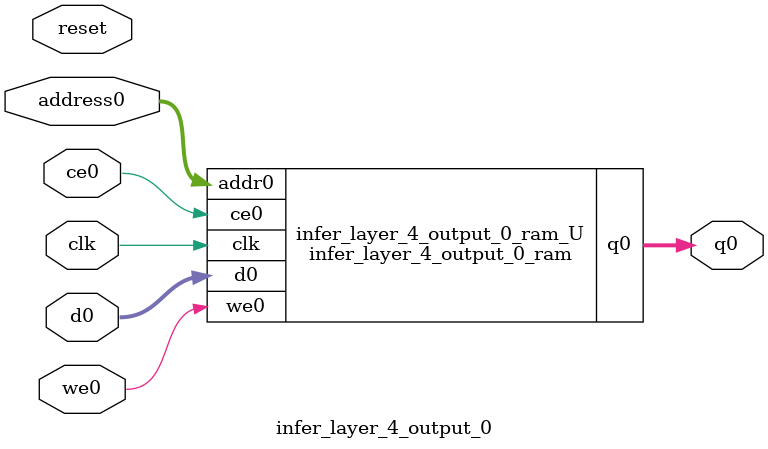
<source format=v>
`timescale 1 ns / 1 ps
module infer_layer_4_output_0_ram (addr0, ce0, d0, we0, q0,  clk);

parameter DWIDTH = 32;
parameter AWIDTH = 11;
parameter MEM_SIZE = 1296;

input[AWIDTH-1:0] addr0;
input ce0;
input[DWIDTH-1:0] d0;
input we0;
output reg[DWIDTH-1:0] q0;
input clk;

reg [DWIDTH-1:0] ram[0:MEM_SIZE-1];




always @(posedge clk)  
begin 
    if (ce0) begin
        if (we0) 
            ram[addr0] <= d0; 
        q0 <= ram[addr0];
    end
end


endmodule

`timescale 1 ns / 1 ps
module infer_layer_4_output_0(
    reset,
    clk,
    address0,
    ce0,
    we0,
    d0,
    q0);

parameter DataWidth = 32'd32;
parameter AddressRange = 32'd1296;
parameter AddressWidth = 32'd11;
input reset;
input clk;
input[AddressWidth - 1:0] address0;
input ce0;
input we0;
input[DataWidth - 1:0] d0;
output[DataWidth - 1:0] q0;



infer_layer_4_output_0_ram infer_layer_4_output_0_ram_U(
    .clk( clk ),
    .addr0( address0 ),
    .ce0( ce0 ),
    .we0( we0 ),
    .d0( d0 ),
    .q0( q0 ));

endmodule


</source>
